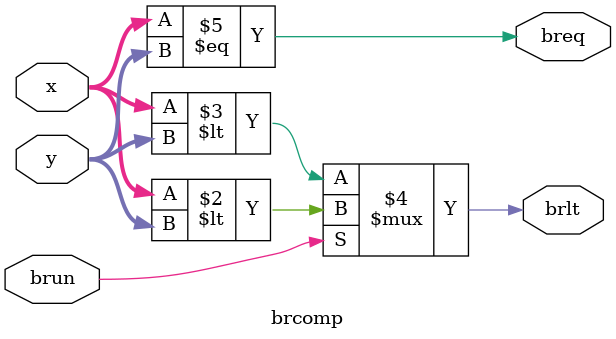
<source format=v>
module brcomp
#(
	parameter XLEN=64
)
(
	input wire[XLEN-1:0] x,
	input wire[XLEN-1:0] y,
	input wire brun,
	output reg brlt,
	output reg breq
);

always@(*)
begin 
	brlt=brun?$unsigned(x)<$unsigned(y):$signed(x)<$signed(y);
	breq=(x==y);
end 

endmodule

</source>
